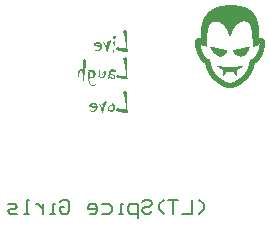
<source format=gbr>
G04*
G04 #@! TF.GenerationSoftware,Altium Limited,Altium Designer,25.1.2 (22)*
G04*
G04 Layer_Color=32896*
%FSLAX24Y24*%
%MOIN*%
G70*
G04*
G04 #@! TF.SameCoordinates,545F9C5F-1BCE-4890-BA7A-5F1D09497C19*
G04*
G04*
G04 #@! TF.FilePolarity,Positive*
G04*
G01*
G75*
%ADD10C,0.0079*%
G36*
X28844Y45284D02*
X28959D01*
Y45278D01*
X29019D01*
Y45273D01*
X29062D01*
Y45267D01*
X29123D01*
Y45262D01*
X29145D01*
Y45256D01*
X29166D01*
Y45251D01*
X29188D01*
Y45245D01*
X29210D01*
Y45240D01*
X29232D01*
Y45234D01*
X29248D01*
Y45229D01*
X29270D01*
Y45223D01*
X29287D01*
Y45218D01*
X29303D01*
Y45212D01*
X29320D01*
Y45207D01*
X29330D01*
Y45202D01*
X29341D01*
Y45196D01*
X29352D01*
Y45191D01*
X29363D01*
Y45185D01*
X29374D01*
Y45180D01*
X29391D01*
Y45174D01*
X29402D01*
Y45169D01*
X29407D01*
Y45163D01*
X29418D01*
Y45158D01*
X29429D01*
Y45152D01*
X29440D01*
Y45147D01*
X29445D01*
Y45141D01*
X29456D01*
Y45136D01*
X29462D01*
Y45130D01*
X29473D01*
Y45125D01*
X29478D01*
Y45120D01*
X29484D01*
Y45114D01*
X29489D01*
Y45109D01*
X29500D01*
Y45103D01*
X29505D01*
Y45098D01*
X29511D01*
Y45092D01*
X29516D01*
Y45087D01*
X29527D01*
Y45081D01*
X29533D01*
Y45076D01*
X29538D01*
Y45070D01*
X29544D01*
Y45065D01*
X29549D01*
Y45059D01*
X29555D01*
Y45054D01*
X29560D01*
Y45048D01*
X29566D01*
Y45043D01*
X29571D01*
Y45037D01*
X29577D01*
Y45027D01*
X29582D01*
Y45021D01*
X29588D01*
Y45016D01*
X29593D01*
Y45010D01*
X29598D01*
Y44999D01*
X29604D01*
Y44994D01*
X29609D01*
Y44988D01*
X29615D01*
Y44977D01*
X29620D01*
Y44966D01*
X29626D01*
Y44961D01*
X29631D01*
Y44955D01*
X29637D01*
Y44945D01*
X29642D01*
Y44939D01*
X29648D01*
Y44928D01*
X29653D01*
Y44917D01*
X29659D01*
Y44906D01*
X29664D01*
Y44895D01*
X29670D01*
Y44884D01*
X29675D01*
Y44873D01*
X29680D01*
Y44862D01*
X29686D01*
Y44852D01*
X29691D01*
Y44835D01*
X29697D01*
Y44824D01*
X29702D01*
Y44802D01*
X29708D01*
Y44786D01*
X29713D01*
Y44770D01*
X29719D01*
Y44753D01*
X29724D01*
Y44737D01*
X29730D01*
Y44715D01*
X29735D01*
Y44698D01*
X29741D01*
Y44671D01*
X29746D01*
Y44622D01*
X29752D01*
Y44589D01*
X29757D01*
Y44540D01*
X29762D01*
Y44491D01*
X29768D01*
Y44359D01*
X29773D01*
Y44343D01*
X29768D01*
Y44255D01*
X29762D01*
Y44223D01*
X29757D01*
Y44195D01*
X29768D01*
Y44201D01*
X29784D01*
Y44206D01*
X29861D01*
Y44201D01*
X29872D01*
Y44195D01*
X29883D01*
Y44190D01*
X29894D01*
Y44184D01*
X29905D01*
Y44179D01*
X29910D01*
Y44173D01*
X29916D01*
Y44163D01*
X29921D01*
Y44157D01*
X29927D01*
Y44152D01*
X29932D01*
Y44146D01*
X29938D01*
Y44141D01*
X29943D01*
Y44130D01*
X29948D01*
Y44119D01*
X29954D01*
Y44102D01*
X29959D01*
Y44070D01*
X29965D01*
Y43938D01*
X29959D01*
Y43884D01*
X29954D01*
Y43851D01*
X29948D01*
Y43829D01*
X29943D01*
Y43807D01*
X29938D01*
Y43785D01*
X29932D01*
Y43769D01*
X29927D01*
Y43752D01*
X29921D01*
Y43736D01*
X29916D01*
Y43709D01*
X29910D01*
Y43692D01*
X29905D01*
Y43681D01*
X29899D01*
Y43670D01*
X29894D01*
Y43659D01*
X29888D01*
Y43648D01*
X29883D01*
Y43637D01*
X29877D01*
Y43627D01*
X29872D01*
Y43610D01*
X29866D01*
Y43599D01*
X29861D01*
Y43588D01*
X29855D01*
Y43583D01*
X29850D01*
Y43572D01*
X29845D01*
Y43561D01*
X29839D01*
Y43555D01*
X29834D01*
Y43545D01*
X29828D01*
Y43534D01*
X29823D01*
Y43523D01*
X29817D01*
Y43517D01*
X29812D01*
Y43512D01*
X29806D01*
Y43501D01*
X29801D01*
Y43495D01*
X29795D01*
Y43484D01*
X29790D01*
Y43479D01*
X29784D01*
Y43468D01*
X29779D01*
Y43463D01*
X29773D01*
Y43457D01*
X29768D01*
Y43452D01*
X29762D01*
Y43446D01*
X29757D01*
Y43441D01*
X29752D01*
Y43430D01*
X29746D01*
Y43424D01*
X29741D01*
Y43419D01*
X29735D01*
Y43413D01*
X29730D01*
Y43408D01*
X29724D01*
Y43402D01*
X29719D01*
Y43397D01*
X29713D01*
Y43391D01*
X29708D01*
Y43386D01*
X29702D01*
Y43380D01*
X29691D01*
Y43375D01*
X29686D01*
Y43370D01*
X29675D01*
Y43364D01*
X29670D01*
Y43359D01*
X29664D01*
Y43353D01*
X29653D01*
Y43348D01*
X29648D01*
Y43342D01*
X29637D01*
Y43337D01*
X29626D01*
Y43320D01*
X29620D01*
Y43282D01*
X29615D01*
Y43255D01*
X29609D01*
Y43238D01*
X29604D01*
Y43216D01*
X29598D01*
Y43200D01*
X29593D01*
Y43189D01*
X29588D01*
Y43173D01*
X29582D01*
Y43162D01*
X29577D01*
Y43140D01*
X29571D01*
Y43123D01*
X29566D01*
Y43113D01*
X29560D01*
Y43102D01*
X29555D01*
Y43096D01*
X29549D01*
Y43085D01*
X29544D01*
Y43074D01*
X29538D01*
Y43063D01*
X29533D01*
Y43047D01*
X29527D01*
Y43036D01*
X29522D01*
Y43025D01*
X29516D01*
Y43020D01*
X29511D01*
Y43014D01*
X29505D01*
Y43003D01*
X29500D01*
Y42992D01*
X29495D01*
Y42987D01*
X29489D01*
Y42970D01*
X29484D01*
Y42965D01*
X29478D01*
Y42959D01*
X29473D01*
Y42948D01*
X29467D01*
Y42943D01*
X29462D01*
Y42937D01*
X29456D01*
Y42927D01*
X29451D01*
Y42921D01*
X29445D01*
Y42910D01*
X29440D01*
Y42905D01*
X29434D01*
Y42899D01*
X29429D01*
Y42894D01*
X29423D01*
Y42883D01*
X29418D01*
Y42877D01*
X29413D01*
Y42872D01*
X29407D01*
Y42866D01*
X29402D01*
Y42861D01*
X29396D01*
Y42850D01*
X29391D01*
Y42845D01*
X29385D01*
Y42839D01*
X29380D01*
Y42834D01*
X29374D01*
Y42828D01*
X29369D01*
Y42823D01*
X29363D01*
Y42817D01*
X29358D01*
Y42812D01*
X29352D01*
Y42806D01*
X29347D01*
Y42801D01*
X29341D01*
Y42795D01*
X29336D01*
Y42790D01*
X29330D01*
Y42784D01*
X29325D01*
Y42779D01*
X29320D01*
Y42773D01*
X29314D01*
Y42768D01*
X29309D01*
Y42762D01*
X29303D01*
Y42757D01*
X29298D01*
Y42752D01*
X29287D01*
Y42746D01*
X29281D01*
Y42741D01*
X29276D01*
Y42735D01*
X29270D01*
Y42730D01*
X29265D01*
Y42724D01*
X29259D01*
Y42719D01*
X29248D01*
Y42713D01*
X29243D01*
Y42708D01*
X29237D01*
Y42702D01*
X29232D01*
Y42697D01*
X29221D01*
Y42691D01*
X29216D01*
Y42686D01*
X29205D01*
Y42680D01*
X29199D01*
Y42675D01*
X29194D01*
Y42670D01*
X29183D01*
Y42664D01*
X29177D01*
Y42659D01*
X29166D01*
Y42653D01*
X29161D01*
Y42648D01*
X29150D01*
Y42642D01*
X29145D01*
Y42637D01*
X29134D01*
Y42631D01*
X29128D01*
Y42626D01*
X29117D01*
Y42620D01*
X29112D01*
Y42615D01*
X29095D01*
Y42609D01*
X29090D01*
Y42604D01*
X29079D01*
Y42598D01*
X29068D01*
Y42593D01*
X29057D01*
Y42587D01*
X29052D01*
Y42582D01*
X29041D01*
Y42577D01*
X29024D01*
Y42571D01*
X29008D01*
Y42566D01*
X28997D01*
Y42560D01*
X28986D01*
Y42555D01*
X28975D01*
Y42549D01*
X28959D01*
Y42544D01*
X28942D01*
Y42538D01*
X28926D01*
Y42533D01*
X28893D01*
Y42527D01*
X28871D01*
Y42522D01*
X28833D01*
Y42516D01*
X28767D01*
Y42522D01*
X28729D01*
Y42527D01*
X28707D01*
Y42533D01*
X28674D01*
Y42538D01*
X28658D01*
Y42544D01*
X28641D01*
Y42549D01*
X28625D01*
Y42555D01*
X28614D01*
Y42560D01*
X28603D01*
Y42566D01*
X28592D01*
Y42571D01*
X28576D01*
Y42577D01*
X28559D01*
Y42582D01*
X28548D01*
Y42587D01*
X28543D01*
Y42593D01*
X28532D01*
Y42598D01*
X28521D01*
Y42604D01*
X28510D01*
Y42609D01*
X28505D01*
Y42615D01*
X28488D01*
Y42620D01*
X28483D01*
Y42626D01*
X28472D01*
Y42631D01*
X28466D01*
Y42637D01*
X28455D01*
Y42642D01*
X28450D01*
Y42648D01*
X28439D01*
Y42653D01*
X28434D01*
Y42659D01*
X28423D01*
Y42664D01*
X28417D01*
Y42670D01*
X28406D01*
Y42675D01*
X28401D01*
Y42680D01*
X28395D01*
Y42686D01*
X28384D01*
Y42691D01*
X28379D01*
Y42697D01*
X28368D01*
Y42702D01*
X28363D01*
Y42708D01*
X28357D01*
Y42713D01*
X28352D01*
Y42719D01*
X28341D01*
Y42724D01*
X28335D01*
Y42730D01*
X28330D01*
Y42735D01*
X28324D01*
Y42741D01*
X28319D01*
Y42746D01*
X28313D01*
Y42752D01*
X28302D01*
Y42757D01*
X28297D01*
Y42762D01*
X28291D01*
Y42768D01*
X28286D01*
Y42773D01*
X28280D01*
Y42779D01*
X28275D01*
Y42784D01*
X28270D01*
Y42790D01*
X28264D01*
Y42795D01*
X28259D01*
Y42801D01*
X28253D01*
Y42806D01*
X28248D01*
Y42812D01*
X28242D01*
Y42817D01*
X28237D01*
Y42823D01*
X28231D01*
Y42828D01*
X28226D01*
Y42834D01*
X28220D01*
Y42839D01*
X28215D01*
Y42845D01*
X28209D01*
Y42850D01*
X28204D01*
Y42861D01*
X28198D01*
Y42866D01*
X28193D01*
Y42872D01*
X28187D01*
Y42877D01*
X28182D01*
Y42883D01*
X28177D01*
Y42894D01*
X28171D01*
Y42899D01*
X28166D01*
Y42905D01*
X28160D01*
Y42910D01*
X28155D01*
Y42921D01*
X28149D01*
Y42927D01*
X28144D01*
Y42937D01*
X28138D01*
Y42943D01*
X28133D01*
Y42948D01*
X28127D01*
Y42959D01*
X28122D01*
Y42965D01*
X28116D01*
Y42970D01*
X28111D01*
Y42987D01*
X28105D01*
Y42992D01*
X28100D01*
Y43003D01*
X28095D01*
Y43014D01*
X28089D01*
Y43020D01*
X28084D01*
Y43025D01*
X28078D01*
Y43036D01*
X28073D01*
Y43047D01*
X28067D01*
Y43063D01*
X28062D01*
Y43074D01*
X28056D01*
Y43085D01*
X28051D01*
Y43096D01*
X28045D01*
Y43102D01*
X28040D01*
Y43113D01*
X28034D01*
Y43123D01*
X28029D01*
Y43140D01*
X28023D01*
Y43162D01*
X28018D01*
Y43173D01*
X28012D01*
Y43189D01*
X28007D01*
Y43200D01*
X28002D01*
Y43216D01*
X27996D01*
Y43238D01*
X27991D01*
Y43255D01*
X27985D01*
Y43282D01*
X27980D01*
Y43320D01*
X27974D01*
Y43342D01*
X27952D01*
Y43348D01*
X27947D01*
Y43353D01*
X27941D01*
Y43359D01*
X27930D01*
Y43364D01*
X27925D01*
Y43370D01*
X27920D01*
Y43375D01*
X27909D01*
Y43380D01*
X27903D01*
Y43386D01*
X27898D01*
Y43391D01*
X27892D01*
Y43397D01*
X27887D01*
Y43402D01*
X27881D01*
Y43408D01*
X27876D01*
Y43413D01*
X27870D01*
Y43419D01*
X27865D01*
Y43424D01*
X27859D01*
Y43430D01*
X27854D01*
Y43435D01*
X27848D01*
Y43441D01*
X27843D01*
Y43452D01*
X27838D01*
Y43457D01*
X27832D01*
Y43463D01*
X27827D01*
Y43468D01*
X27821D01*
Y43473D01*
X27816D01*
Y43484D01*
X27810D01*
Y43490D01*
X27805D01*
Y43501D01*
X27799D01*
Y43506D01*
X27794D01*
Y43517D01*
X27788D01*
Y43523D01*
X27783D01*
Y43528D01*
X27777D01*
Y43539D01*
X27772D01*
Y43550D01*
X27766D01*
Y43561D01*
X27761D01*
Y43572D01*
X27755D01*
Y43583D01*
X27750D01*
Y43588D01*
X27745D01*
Y43599D01*
X27739D01*
Y43610D01*
X27734D01*
Y43616D01*
X27728D01*
Y43637D01*
X27723D01*
Y43648D01*
X27717D01*
Y43659D01*
X27712D01*
Y43670D01*
X27706D01*
Y43681D01*
X27701D01*
Y43692D01*
X27695D01*
Y43709D01*
X27690D01*
Y43720D01*
X27684D01*
Y43752D01*
X27679D01*
Y43769D01*
X27673D01*
Y43785D01*
X27668D01*
Y43807D01*
X27662D01*
Y43823D01*
X27657D01*
Y43845D01*
X27652D01*
Y43867D01*
X27646D01*
Y43905D01*
X27641D01*
Y43966D01*
X27635D01*
Y44064D01*
X27641D01*
Y44102D01*
X27646D01*
Y44119D01*
X27652D01*
Y44130D01*
X27657D01*
Y44141D01*
X27662D01*
Y44146D01*
X27668D01*
Y44152D01*
X27673D01*
Y44157D01*
X27679D01*
Y44163D01*
X27684D01*
Y44173D01*
X27690D01*
Y44179D01*
X27695D01*
Y44184D01*
X27706D01*
Y44190D01*
X27717D01*
Y44195D01*
X27728D01*
Y44201D01*
X27739D01*
Y44206D01*
X27816D01*
Y44201D01*
X27832D01*
Y44195D01*
X27843D01*
Y44217D01*
X27838D01*
Y44272D01*
X27832D01*
Y44436D01*
X27838D01*
Y44496D01*
X27843D01*
Y44545D01*
X27848D01*
Y44578D01*
X27854D01*
Y44627D01*
X27859D01*
Y44649D01*
X27865D01*
Y44671D01*
X27870D01*
Y44688D01*
X27876D01*
Y44704D01*
X27881D01*
Y44720D01*
X27887D01*
Y44737D01*
X27892D01*
Y44753D01*
X27898D01*
Y44775D01*
X27903D01*
Y44786D01*
X27909D01*
Y44802D01*
X27914D01*
Y44813D01*
X27920D01*
Y44824D01*
X27925D01*
Y44835D01*
X27930D01*
Y44846D01*
X27936D01*
Y44857D01*
X27941D01*
Y44873D01*
X27947D01*
Y44884D01*
X27952D01*
Y44890D01*
X27958D01*
Y44901D01*
X27963D01*
Y44906D01*
X27969D01*
Y44917D01*
X27974D01*
Y44923D01*
X27980D01*
Y44934D01*
X27985D01*
Y44945D01*
X27991D01*
Y44950D01*
X27996D01*
Y44961D01*
X28002D01*
Y44966D01*
X28007D01*
Y44972D01*
X28012D01*
Y44977D01*
X28018D01*
Y44988D01*
X28023D01*
Y44994D01*
X28029D01*
Y44999D01*
X28034D01*
Y45005D01*
X28040D01*
Y45010D01*
X28045D01*
Y45016D01*
X28051D01*
Y45021D01*
X28056D01*
Y45027D01*
X28062D01*
Y45037D01*
X28067D01*
Y45043D01*
X28073D01*
Y45048D01*
X28078D01*
Y45054D01*
X28089D01*
Y45059D01*
X28095D01*
Y45065D01*
X28100D01*
Y45070D01*
X28105D01*
Y45076D01*
X28111D01*
Y45081D01*
X28116D01*
Y45087D01*
X28122D01*
Y45092D01*
X28133D01*
Y45098D01*
X28138D01*
Y45103D01*
X28144D01*
Y45109D01*
X28155D01*
Y45114D01*
X28160D01*
Y45120D01*
X28166D01*
Y45125D01*
X28171D01*
Y45130D01*
X28182D01*
Y45136D01*
X28187D01*
Y45141D01*
X28198D01*
Y45147D01*
X28209D01*
Y45152D01*
X28220D01*
Y45158D01*
X28231D01*
Y45163D01*
X28237D01*
Y45169D01*
X28248D01*
Y45174D01*
X28253D01*
Y45180D01*
X28270D01*
Y45185D01*
X28280D01*
Y45191D01*
X28297D01*
Y45196D01*
X28308D01*
Y45202D01*
X28324D01*
Y45207D01*
X28335D01*
Y45212D01*
X28346D01*
Y45218D01*
X28357D01*
Y45223D01*
X28373D01*
Y45229D01*
X28401D01*
Y45234D01*
X28417D01*
Y45240D01*
X28439D01*
Y45245D01*
X28455D01*
Y45251D01*
X28472D01*
Y45256D01*
X28499D01*
Y45262D01*
X28527D01*
Y45267D01*
X28570D01*
Y45273D01*
X28620D01*
Y45278D01*
X28669D01*
Y45284D01*
X28773D01*
Y45289D01*
X28844D01*
Y45284D01*
D02*
G37*
G36*
X25400Y42100D02*
X25395Y42093D01*
X25387Y42098D01*
X25386Y42103D01*
X25393Y42109D01*
X25400Y42100D01*
D02*
G37*
G36*
X24836Y41968D02*
X24831Y41962D01*
X24824Y41963D01*
X24826Y41971D01*
X24833Y41972D01*
X24836Y41968D01*
D02*
G37*
G36*
X25101Y41963D02*
X25096Y41954D01*
X25090Y41952D01*
X25086Y41958D01*
Y41967D01*
X25094Y41972D01*
X25101Y41963D01*
D02*
G37*
G36*
X24680Y42075D02*
X24690Y42063D01*
Y42049D01*
Y42040D01*
X24682Y42029D01*
X24672Y42017D01*
X24668Y42002D01*
X24661Y41990D01*
X24652Y41978D01*
X24646Y41967D01*
X24643Y41934D01*
X24634Y41912D01*
X24613Y41849D01*
X24608Y41831D01*
X24600Y41816D01*
X24594Y41799D01*
X24588Y41783D01*
X24582Y41770D01*
X24576Y41755D01*
Y41740D01*
X24572Y41724D01*
X24566Y41713D01*
X24561Y41707D01*
X24549Y41703D01*
X24539Y41704D01*
X24530Y41712D01*
X24523Y41721D01*
X24522Y41731D01*
Y41742D01*
X24526Y41749D01*
X24522Y41761D01*
X24521Y41775D01*
X24516Y41794D01*
X24514Y41814D01*
X24506Y41832D01*
X24500Y41851D01*
X24495Y41865D01*
X24491Y41878D01*
X24483Y41896D01*
X24476Y41912D01*
X24472Y41927D01*
X24467Y41936D01*
Y41943D01*
X24458Y41955D01*
X24450Y41968D01*
X24444Y41979D01*
X24435Y41991D01*
X24427Y41997D01*
X24421Y42010D01*
Y42017D01*
X24428Y42025D01*
X24435D01*
X24438Y42019D01*
X24445Y42010D01*
X24455Y41997D01*
X24462Y41989D01*
X24473Y41979D01*
X24478Y41967D01*
X24486Y41956D01*
X24492Y41943D01*
X24500Y41930D01*
Y41918D01*
X24509Y41903D01*
X24519Y41879D01*
X24522Y41874D01*
X24533Y41848D01*
X24539Y41834D01*
X24544Y41830D01*
X24547Y41837D01*
Y41845D01*
X24542Y41856D01*
X24543Y41871D01*
X24545Y41887D01*
X24547Y41901D01*
X24550Y41918D01*
X24554Y41932D01*
Y41945D01*
X24556Y41960D01*
X24554Y41972D01*
X24547Y41980D01*
X24545Y41990D01*
X24550Y42002D01*
X24552Y42017D01*
X24557Y42027D01*
X24577Y42037D01*
X24589Y42049D01*
X24600Y42062D01*
X24614Y42071D01*
X24629Y42077D01*
X24647Y42080D01*
X24667Y42081D01*
X24680Y42075D01*
D02*
G37*
G36*
X25311Y42436D02*
X25325Y42433D01*
X25334Y42430D01*
X25344Y42421D01*
X25353Y42409D01*
Y42401D01*
Y42386D01*
Y42372D01*
X25357Y42359D01*
Y42348D01*
X25364Y42338D01*
X25362Y42328D01*
X25354Y42321D01*
X25360Y42311D01*
Y42298D01*
X25357Y42283D01*
X25356Y42267D01*
Y42251D01*
X25354Y42237D01*
X25350Y42226D01*
X25353Y42213D01*
Y42203D01*
X25354Y42190D01*
X25356Y42180D01*
X25354Y42170D01*
X25356Y42155D01*
X25357Y42138D01*
Y42121D01*
X25360Y42108D01*
X25357Y42092D01*
X25356Y42079D01*
X25357Y42065D01*
X25360Y42044D01*
X25362Y42028D01*
Y42005D01*
X25363Y41987D01*
Y41949D01*
X25362Y41938D01*
X25363Y41920D01*
X25367Y41905D01*
X25368Y41887D01*
X25372Y41872D01*
X25370Y41855D01*
X25372Y41836D01*
X25376Y41817D01*
Y41802D01*
X25379Y41789D01*
X25383Y41779D01*
X25379Y41768D01*
X25385Y41757D01*
X25386Y41745D01*
Y41732D01*
X25387Y41721D01*
X25383Y41712D01*
X25370Y41709D01*
X25353Y41712D01*
X25338Y41707D01*
X25323Y41703D01*
X25307Y41702D01*
X25286D01*
X25269Y41700D01*
X25240D01*
X25225Y41710D01*
X25207Y41721D01*
X25187Y41727D01*
X25173Y41736D01*
X25155Y41740D01*
X25140D01*
X25116Y41745D01*
X25096Y41743D01*
X25079D01*
X25063Y41748D01*
X25050Y41752D01*
X25034D01*
X25025Y41759D01*
X25021Y41769D01*
X25014Y41780D01*
X25013Y41794D01*
Y41807D01*
X25015Y41821D01*
X25017Y41832D01*
X25028Y41843D01*
X25034Y41854D01*
X25045Y41862D01*
X25059Y41864D01*
X25070Y41858D01*
X25085Y41851D01*
X25087Y41841D01*
X25101Y41834D01*
X25117Y41827D01*
X25139Y41821D01*
X25157Y41818D01*
X25177Y41821D01*
X25192Y41822D01*
X25202Y41818D01*
X25221Y41811D01*
X25235Y41810D01*
X25246Y41807D01*
X25262D01*
X25276Y41813D01*
X25287D01*
X25307Y41810D01*
X25325Y41808D01*
X25336Y41804D01*
X25345Y41806D01*
X25348Y41811D01*
Y41825D01*
X25345Y41836D01*
Y41843D01*
X25342Y41854D01*
X25339Y41871D01*
X25338Y41890D01*
X25339Y41903D01*
X25333Y41920D01*
X25331Y41935D01*
X25330Y41949D01*
X25326Y41962D01*
Y41978D01*
X25323Y41987D01*
X25321Y41999D01*
Y42017D01*
X25316Y42034D01*
X25315Y42052D01*
X25309Y42066D01*
Y42083D01*
X25305Y42116D01*
X25303Y42133D01*
X25302Y42146D01*
X25296Y42156D01*
X25293Y42166D01*
X25289Y42180D01*
Y42194D01*
X25284Y42224D01*
X25279Y42240D01*
Y42256D01*
X25274Y42271D01*
X25272Y42285D01*
X25269Y42298D01*
X25263Y42311D01*
X25261Y42331D01*
X25254Y42343D01*
X25242Y42354D01*
X25239Y42363D01*
X25235Y42377D01*
X25237Y42387D01*
X25242Y42403D01*
X25250Y42416D01*
X25263Y42425D01*
X25274Y42431D01*
X25286Y42439D01*
X25298D01*
X25311Y42436D01*
D02*
G37*
G36*
X24909Y42014D02*
X24921Y42006D01*
X24934Y41997D01*
X24945Y41989D01*
X24948Y41978D01*
X24958Y41968D01*
X24968Y41937D01*
X24975Y41918D01*
Y41898D01*
X24979Y41878D01*
X24981Y41864D01*
X24980Y41845D01*
X24979Y41829D01*
X24973Y41816D01*
X24966Y41802D01*
X24958Y41789D01*
X24946Y41782D01*
X24934Y41768D01*
X24921Y41756D01*
X24909Y41750D01*
X24894Y41745D01*
X24878Y41742D01*
X24858Y41738D01*
X24839Y41739D01*
X24820Y41743D01*
X24801Y41745D01*
X24785Y41750D01*
X24768Y41759D01*
X24760Y41771D01*
X24747Y41780D01*
X24739Y41794D01*
X24734Y41807D01*
X24728Y41819D01*
X24723Y41836D01*
X24721Y41853D01*
X24725Y41872D01*
X24729Y41883D01*
X24738Y41895D01*
X24746Y41909D01*
X24754Y41920D01*
X24765Y41927D01*
X24781Y41939D01*
X24789Y41945D01*
X24802Y41950D01*
X24811Y41957D01*
X24821D01*
X24824Y41949D01*
X24823Y41939D01*
X24815Y41933D01*
X24806Y41926D01*
X24794Y41916D01*
X24784Y41905D01*
X24775Y41893D01*
X24766Y41877D01*
X24761Y41865D01*
Y41845D01*
X24764Y41830D01*
X24773Y41814D01*
X24784Y41803D01*
X24801Y41790D01*
X24817Y41786D01*
X24836D01*
X24838Y41789D01*
X24855Y41790D01*
X24867Y41794D01*
X24878Y41804D01*
X24888Y41813D01*
X24896Y41822D01*
X24904Y41836D01*
X24906Y41852D01*
Y41867D01*
Y41886D01*
X24901Y41898D01*
X24895Y41916D01*
X24885Y41926D01*
X24884Y41938D01*
X24879Y41952D01*
X24870Y41965D01*
X24861Y41974D01*
X24860Y41989D01*
X24862Y41998D01*
X24869Y42009D01*
X24879Y42016D01*
X24891Y42018D01*
X24909Y42014D01*
D02*
G37*
G36*
X24159Y41773D02*
X24154Y41769D01*
X24147Y41773D01*
X24149Y41781D01*
X24157D01*
X24159Y41773D01*
D02*
G37*
G36*
X24308Y42025D02*
X24323Y42016D01*
X24338Y42004D01*
X24351Y41986D01*
X24357Y41985D01*
X24367Y41978D01*
X24371Y41971D01*
X24376Y41959D01*
X24381Y41948D01*
X24385Y41932D01*
X24389Y41912D01*
X24390Y41893D01*
X24388Y41877D01*
X24381Y41855D01*
X24370Y41829D01*
X24357Y41798D01*
X24352Y41794D01*
X24343Y41782D01*
X24333Y41773D01*
X24319Y41764D01*
X24300Y41747D01*
X24279Y41734D01*
X24260Y41724D01*
X24237Y41719D01*
X24215D01*
X24200Y41722D01*
X24185Y41728D01*
X24168Y41736D01*
X24152Y41744D01*
X24143Y41750D01*
X24139Y41756D01*
Y41760D01*
X24149D01*
X24163Y41757D01*
X24177Y41751D01*
X24190Y41749D01*
X24206Y41746D01*
X24223D01*
X24236Y41751D01*
X24248Y41757D01*
X24270Y41768D01*
X24281Y41779D01*
X24303Y41802D01*
X24314Y41816D01*
X24320Y41828D01*
X24321Y41849D01*
X24317Y41861D01*
X24306Y41865D01*
X24293Y41866D01*
X24274Y41864D01*
X24251Y41865D01*
X24237Y41868D01*
X24220Y41875D01*
X24204Y41883D01*
X24182Y41887D01*
X24159Y41889D01*
X24138Y41896D01*
X24120Y41903D01*
X24106Y41911D01*
X24096Y41925D01*
Y41939D01*
X24102Y41957D01*
X24109Y41968D01*
X24124Y41981D01*
X24140Y41990D01*
X24199Y42019D01*
X24221Y42026D01*
X24247Y42028D01*
X24291D01*
X24308Y42025D01*
D02*
G37*
G36*
X25400Y43212D02*
X25395Y43206D01*
X25387Y43210D01*
X25386Y43215D01*
X25393Y43221D01*
X25400Y43212D01*
D02*
G37*
G36*
X24245Y43140D02*
X24250Y43130D01*
X24259Y43124D01*
X24274Y43114D01*
X24276Y43095D01*
X24288Y43080D01*
X24306Y43066D01*
X24311Y43048D01*
X24319Y43022D01*
Y42991D01*
Y42985D01*
X24311Y42963D01*
X24307Y42952D01*
X24309Y42933D01*
X24300Y42918D01*
X24291Y42902D01*
X24274Y42892D01*
X24259Y42882D01*
X24235Y42868D01*
X24212Y42861D01*
X24189Y42858D01*
X24161Y42861D01*
X24136Y42869D01*
X24116Y42882D01*
X24117Y42854D01*
X24116Y42842D01*
X24115Y42824D01*
Y42807D01*
X24116Y42778D01*
X24119Y42750D01*
X24122Y42727D01*
X24132Y42704D01*
X24140Y42685D01*
X24152Y42666D01*
X24163Y42649D01*
X24180Y42636D01*
X24197Y42627D01*
X24217Y42622D01*
X24244Y42619D01*
X24268Y42626D01*
X24285Y42628D01*
X24299Y42638D01*
X24311Y42647D01*
X24321Y42659D01*
X24328Y42667D01*
X24335Y42671D01*
X24342Y42670D01*
Y42658D01*
X24338Y42643D01*
X24329Y42632D01*
X24315Y42620D01*
X24299Y42613D01*
X24280Y42604D01*
X24259Y42602D01*
X24233Y42600D01*
X24204Y42602D01*
X24183Y42610D01*
X24162Y42617D01*
X24149Y42628D01*
X24126Y42650D01*
X24115Y42670D01*
X24104Y42697D01*
X24094Y42720D01*
X24088Y42738D01*
X24084Y42756D01*
X24082Y42784D01*
X24079Y42807D01*
X24076Y42831D01*
X24079Y42849D01*
X24075Y42863D01*
X24076Y42886D01*
X24075Y42909D01*
X24076Y42939D01*
X24075Y42964D01*
X24079Y42993D01*
Y43024D01*
X24082Y43047D01*
Y43070D01*
X24083Y43091D01*
X24079Y43105D01*
X24073Y43113D01*
X24067Y43122D01*
X24070Y43131D01*
X24077Y43139D01*
X24089Y43143D01*
X24104Y43140D01*
X24107Y43131D01*
X24117Y43124D01*
X24128D01*
X24136Y43129D01*
X24146Y43136D01*
X24161Y43141D01*
X24177Y43143D01*
X24204Y43148D01*
X24245Y43140D01*
D02*
G37*
G36*
X23976Y43485D02*
X23983Y43471D01*
X23988Y43462D01*
X23995Y43466D01*
X24000Y43454D01*
X24011Y43437D01*
Y43423D01*
X24006Y43402D01*
X24002Y43383D01*
X24003Y43373D01*
X24000Y43364D01*
X23997Y43344D01*
X23988Y43327D01*
X23987Y43309D01*
X23991Y43301D01*
X23987Y43290D01*
X23988Y43263D01*
Y43244D01*
X23983Y43224D01*
X23981Y43200D01*
X23974Y43186D01*
X23977Y43155D01*
X23971Y43118D01*
X23968Y43108D01*
X23970Y43086D01*
X23968Y43068D01*
X23964Y43048D01*
X23961Y43032D01*
Y43011D01*
X23957Y43000D01*
X23947Y42956D01*
X23945Y42948D01*
Y42926D01*
X23941Y42903D01*
X23940Y42882D01*
X23933Y42865D01*
X23938Y42851D01*
X23932Y42834D01*
X23930Y42800D01*
X23927Y42786D01*
X23931Y42771D01*
X23923Y42762D01*
X23916Y42756D01*
X23905Y42757D01*
X23898Y42769D01*
X23894Y42778D01*
X23893Y42795D01*
Y42808D01*
X23895Y42824D01*
X23896Y42840D01*
X23902Y42880D01*
Y42937D01*
X23900Y42954D01*
Y42968D01*
X23899Y42987D01*
X23896Y43004D01*
X23892Y43014D01*
X23888Y43032D01*
X23879Y43059D01*
X23865Y43079D01*
X23856Y43085D01*
X23830Y43091D01*
X23816D01*
X23810Y43083D01*
X23797Y43072D01*
X23793Y43057D01*
X23782Y43039D01*
X23776Y43030D01*
X23767Y43020D01*
X23763Y43008D01*
Y42991D01*
X23758Y42979D01*
X23762Y42969D01*
X23759Y42955D01*
X23746Y42940D01*
X23751Y42924D01*
X23745Y42884D01*
X23743Y42861D01*
X23739Y42836D01*
X23741Y42828D01*
Y42818D01*
X23754Y42809D01*
X23745Y42800D01*
X23736D01*
X23732Y42804D01*
X23723Y42814D01*
X23721Y42830D01*
X23723Y42845D01*
X23724Y42863D01*
X23728Y42886D01*
X23724Y42916D01*
Y42937D01*
X23727Y42956D01*
Y42977D01*
X23728Y43001D01*
X23731Y43028D01*
Y43048D01*
X23735Y43069D01*
X23741Y43097D01*
X23747Y43110D01*
X23763Y43131D01*
X23786Y43145D01*
X23804Y43152D01*
X23825Y43155D01*
X23856Y43159D01*
X23884Y43148D01*
X23898Y43129D01*
X23909Y43117D01*
Y43171D01*
Y43195D01*
Y43218D01*
Y43243D01*
X23910Y43267D01*
X23916Y43285D01*
X23911Y43309D01*
Y43337D01*
X23909Y43356D01*
X23907Y43379D01*
X23902Y43399D01*
X23895Y43412D01*
X23891Y43425D01*
X23893Y43446D01*
X23899Y43459D01*
X23911Y43475D01*
X23926Y43486D01*
X23942Y43488D01*
X23961Y43491D01*
X23976Y43485D01*
D02*
G37*
G36*
X25101Y43075D02*
X25096Y43066D01*
X25090Y43065D01*
X25086Y43070D01*
Y43079D01*
X25094Y43084D01*
X25101Y43075D01*
D02*
G37*
G36*
X24901Y43167D02*
X24929Y43162D01*
X24944Y43154D01*
X24961Y43141D01*
X24976Y43133D01*
X24989Y43122D01*
X25000Y43107D01*
X25011Y43095D01*
X25013Y43084D01*
Y43072D01*
X25003Y43062D01*
X24991Y43057D01*
X24976D01*
X24958Y43060D01*
X24943D01*
X24929Y43062D01*
X24918Y43069D01*
X24906Y43075D01*
X24895D01*
X24890Y43077D01*
X24873Y43075D01*
X24852Y43069D01*
X24833Y43050D01*
X24823Y43037D01*
X24814Y43023D01*
X24819Y43013D01*
X24828Y43010D01*
X24838Y43005D01*
X24858Y42996D01*
X24873Y42986D01*
X24891Y42983D01*
X24906Y42980D01*
X24923Y42977D01*
X24937Y42967D01*
X24950Y42956D01*
X24958Y42941D01*
X24968Y42925D01*
X24970Y42909D01*
Y42894D01*
Y42873D01*
X24963Y42859D01*
X24953Y42847D01*
X24938Y42838D01*
X24920Y42831D01*
X24906Y42830D01*
X24895Y42826D01*
X24885Y42830D01*
X24872Y42834D01*
X24857Y42839D01*
X24839Y42846D01*
X24824Y42854D01*
X24814Y42862D01*
X24800Y42871D01*
X24791Y42882D01*
X24782Y42887D01*
X24776Y42891D01*
X24773Y42886D01*
X24768Y42872D01*
X24762Y42861D01*
X24758Y42848D01*
X24751Y42840D01*
X24743D01*
X24735Y42847D01*
X24734Y42855D01*
X24735Y42869D01*
X24740Y42886D01*
X24745Y42901D01*
X24751Y42916D01*
X24760Y42957D01*
X24763Y42980D01*
X24767Y43003D01*
Y43022D01*
Y43038D01*
X24774Y43056D01*
X24781Y43080D01*
X24786Y43098D01*
X24792Y43116D01*
X24802Y43131D01*
X24811Y43140D01*
X24828Y43151D01*
X24844Y43156D01*
X24858Y43164D01*
X24875Y43169D01*
X24901Y43167D01*
D02*
G37*
G36*
X24576Y43018D02*
X24570Y43007D01*
X24572Y42988D01*
X24564Y42972D01*
X24552Y42961D01*
X24537Y42975D01*
X24534Y42998D01*
X24550Y43016D01*
X24559Y43023D01*
X24570D01*
X24576Y43018D01*
D02*
G37*
G36*
X24750Y42948D02*
Y42941D01*
X24744Y42940D01*
X24739Y42943D01*
X24740Y42952D01*
X24750Y42948D01*
D02*
G37*
G36*
X25311Y43548D02*
X25325Y43545D01*
X25334Y43542D01*
X25344Y43533D01*
X25353Y43521D01*
Y43513D01*
Y43498D01*
Y43484D01*
X25357Y43471D01*
Y43460D01*
X25364Y43450D01*
X25362Y43441D01*
X25354Y43433D01*
X25360Y43423D01*
Y43410D01*
X25357Y43395D01*
X25356Y43379D01*
Y43363D01*
X25354Y43349D01*
X25350Y43338D01*
X25353Y43325D01*
Y43315D01*
X25354Y43302D01*
X25356Y43292D01*
X25354Y43282D01*
X25356Y43267D01*
X25357Y43250D01*
Y43233D01*
X25360Y43220D01*
X25357Y43204D01*
X25356Y43191D01*
X25357Y43177D01*
X25360Y43156D01*
X25362Y43140D01*
Y43117D01*
X25363Y43099D01*
Y43061D01*
X25362Y43050D01*
X25363Y43032D01*
X25367Y43018D01*
X25368Y42999D01*
X25372Y42984D01*
X25370Y42967D01*
X25372Y42948D01*
X25376Y42929D01*
Y42914D01*
X25379Y42901D01*
X25383Y42891D01*
X25379Y42880D01*
X25385Y42869D01*
X25386Y42857D01*
Y42844D01*
X25387Y42833D01*
X25383Y42824D01*
X25370Y42821D01*
X25353Y42824D01*
X25338Y42819D01*
X25323Y42815D01*
X25307Y42814D01*
X25286D01*
X25269Y42812D01*
X25240D01*
X25225Y42822D01*
X25207Y42833D01*
X25187Y42839D01*
X25173Y42848D01*
X25155Y42852D01*
X25140D01*
X25116Y42857D01*
X25096Y42855D01*
X25079D01*
X25063Y42860D01*
X25050Y42865D01*
X25034D01*
X25025Y42871D01*
X25021Y42881D01*
X25014Y42892D01*
X25013Y42906D01*
Y42919D01*
X25015Y42933D01*
X25017Y42944D01*
X25028Y42955D01*
X25034Y42966D01*
X25045Y42974D01*
X25059Y42976D01*
X25070Y42971D01*
X25085Y42963D01*
X25087Y42953D01*
X25101Y42946D01*
X25117Y42939D01*
X25139Y42933D01*
X25157Y42930D01*
X25177Y42933D01*
X25192Y42934D01*
X25202Y42930D01*
X25221Y42924D01*
X25235Y42922D01*
X25246Y42919D01*
X25262D01*
X25276Y42925D01*
X25287D01*
X25307Y42922D01*
X25325Y42920D01*
X25336Y42916D01*
X25345Y42918D01*
X25348Y42924D01*
Y42937D01*
X25345Y42948D01*
Y42955D01*
X25342Y42966D01*
X25339Y42983D01*
X25338Y43002D01*
X25339Y43015D01*
X25333Y43032D01*
X25331Y43047D01*
X25330Y43061D01*
X25326Y43074D01*
Y43090D01*
X25323Y43099D01*
X25321Y43112D01*
Y43129D01*
X25316Y43147D01*
X25315Y43164D01*
X25309Y43178D01*
Y43195D01*
X25305Y43228D01*
X25303Y43245D01*
X25302Y43258D01*
X25296Y43268D01*
X25293Y43278D01*
X25289Y43292D01*
Y43306D01*
X25284Y43336D01*
X25279Y43352D01*
Y43368D01*
X25274Y43383D01*
X25272Y43397D01*
X25269Y43410D01*
X25263Y43423D01*
X25261Y43443D01*
X25254Y43455D01*
X25242Y43466D01*
X25239Y43475D01*
X25235Y43489D01*
X25237Y43500D01*
X25242Y43515D01*
X25250Y43528D01*
X25263Y43537D01*
X25274Y43543D01*
X25286Y43551D01*
X25298D01*
X25311Y43548D01*
D02*
G37*
G36*
X24788Y42863D02*
X24790Y42858D01*
X24782Y42855D01*
X24778Y42858D01*
X24782Y42867D01*
X24788Y42863D01*
D02*
G37*
G36*
X24453Y43116D02*
X24458Y43108D01*
X24460Y43094D01*
X24463Y43085D01*
X24465Y43074D01*
X24464Y43061D01*
X24467Y43048D01*
X24463Y43042D01*
X24460Y43025D01*
X24456Y43007D01*
X24459Y42985D01*
X24462Y42966D01*
X24468Y42952D01*
X24473Y42939D01*
X24481Y42926D01*
X24491Y42909D01*
X24502Y42898D01*
X24515Y42892D01*
X24528Y42887D01*
X24545Y42892D01*
X24559Y42899D01*
X24574Y42909D01*
X24581Y42922D01*
X24589Y42932D01*
X24594Y42953D01*
Y42972D01*
Y42986D01*
X24590Y43002D01*
X24589Y43018D01*
X24582Y43028D01*
X24576Y43037D01*
X24574Y43048D01*
X24578Y43065D01*
X24584Y43075D01*
X24591Y43087D01*
X24601Y43095D01*
X24613Y43102D01*
X24626Y43103D01*
X24636D01*
X24650Y43096D01*
X24660Y43085D01*
X24663Y43075D01*
Y43062D01*
X24662Y43053D01*
X24660Y43039D01*
X24659Y43024D01*
X24658Y43014D01*
X24652Y42996D01*
X24656Y42980D01*
X24652Y42968D01*
X24647Y42949D01*
X24644Y42933D01*
X24637Y42917D01*
X24634Y42901D01*
X24622Y42891D01*
X24614Y42883D01*
X24601Y42875D01*
X24589Y42867D01*
X24573Y42862D01*
X24559Y42855D01*
X24547Y42854D01*
X24532D01*
X24512Y42859D01*
X24503Y42865D01*
X24490Y42871D01*
X24481Y42882D01*
X24474Y42891D01*
X24468Y42899D01*
X24462Y42910D01*
X24460Y42920D01*
X24457Y42930D01*
X24450Y42940D01*
X24446Y42946D01*
X24441D01*
X24438Y42938D01*
X24435Y42928D01*
X24433Y42916D01*
X24420Y42887D01*
X24412Y42880D01*
X24402Y42872D01*
X24394Y42862D01*
X24390Y42857D01*
X24382Y42856D01*
X24375D01*
X24368Y42860D01*
X24363Y42869D01*
X24366Y42877D01*
X24389Y42886D01*
X24398Y42895D01*
X24405Y42905D01*
X24411Y42917D01*
X24416Y42932D01*
X24418Y42946D01*
X24423Y42964D01*
X24428Y42977D01*
Y42998D01*
X24434Y43011D01*
X24436Y43025D01*
X24438Y43037D01*
X24434Y43044D01*
Y43050D01*
X24429Y43066D01*
Y43081D01*
X24428Y43092D01*
X24433Y43102D01*
X24434Y43108D01*
X24438Y43117D01*
X24447Y43120D01*
X24453Y43116D01*
D02*
G37*
G36*
X24281Y42832D02*
X24295Y42826D01*
X24288Y42816D01*
X24273D01*
X24264Y42822D01*
Y42832D01*
X24273Y42839D01*
X24281Y42832D01*
D02*
G37*
G36*
X24958Y44290D02*
X24961Y44280D01*
X24953Y44279D01*
X24944Y44284D01*
X24952Y44293D01*
X24958Y44290D01*
D02*
G37*
G36*
X24920Y44274D02*
X24939Y44269D01*
X24957Y44267D01*
X24969Y44265D01*
X24985Y44257D01*
X24991Y44249D01*
X24997Y44238D01*
X24998Y44228D01*
X24997Y44218D01*
X24991Y44204D01*
X24980Y44191D01*
X24970Y44180D01*
X24961Y44172D01*
X24952Y44167D01*
X24925D01*
X24914Y44175D01*
X24906Y44185D01*
X24901Y44198D01*
Y44213D01*
X24906Y44220D01*
X24910Y44229D01*
Y44239D01*
X24904Y44249D01*
X24895Y44257D01*
X24893Y44266D01*
X24899Y44274D01*
X24908Y44275D01*
X24920Y44274D01*
D02*
G37*
G36*
X25400Y44133D02*
X25395Y44126D01*
X25387Y44131D01*
X25386Y44136D01*
X25393Y44142D01*
X25400Y44133D01*
D02*
G37*
G36*
X25101Y43996D02*
X25096Y43986D01*
X25090Y43985D01*
X25086Y43991D01*
Y43999D01*
X25094Y44005D01*
X25101Y43996D01*
D02*
G37*
G36*
X24834Y44108D02*
X24844Y44096D01*
Y44081D01*
Y44073D01*
X24836Y44062D01*
X24826Y44050D01*
X24822Y44034D01*
X24815Y44022D01*
X24806Y44010D01*
X24800Y43999D01*
X24797Y43967D01*
X24788Y43945D01*
X24767Y43881D01*
X24762Y43864D01*
X24754Y43849D01*
X24749Y43832D01*
X24742Y43816D01*
X24737Y43803D01*
X24730Y43787D01*
Y43773D01*
X24726Y43757D01*
X24720Y43746D01*
X24715Y43739D01*
X24703Y43736D01*
X24693Y43737D01*
X24684Y43745D01*
X24678Y43754D01*
X24676Y43763D01*
Y43774D01*
X24680Y43782D01*
X24676Y43794D01*
X24675Y43808D01*
X24670Y43827D01*
X24668Y43846D01*
X24660Y43865D01*
X24655Y43884D01*
X24649Y43898D01*
X24645Y43911D01*
X24637Y43928D01*
X24631Y43945D01*
X24626Y43960D01*
X24621Y43969D01*
Y43975D01*
X24612Y43987D01*
X24604Y44001D01*
X24598Y44012D01*
X24589Y44024D01*
X24581Y44030D01*
X24575Y44043D01*
Y44050D01*
X24582Y44057D01*
X24589D01*
X24592Y44052D01*
X24599Y44043D01*
X24609Y44030D01*
X24616Y44021D01*
X24627Y44012D01*
X24632Y43999D01*
X24640Y43989D01*
X24646Y43975D01*
X24655Y43962D01*
Y43950D01*
X24663Y43936D01*
X24673Y43912D01*
X24676Y43907D01*
X24687Y43880D01*
X24693Y43867D01*
X24698Y43863D01*
X24702Y43869D01*
Y43878D01*
X24696Y43889D01*
X24697Y43903D01*
X24699Y43920D01*
X24702Y43934D01*
X24704Y43950D01*
X24708Y43965D01*
Y43978D01*
X24710Y43993D01*
X24708Y44005D01*
X24702Y44013D01*
X24699Y44022D01*
X24704Y44034D01*
X24706Y44050D01*
X24711Y44060D01*
X24731Y44069D01*
X24743Y44081D01*
X24754Y44095D01*
X24768Y44103D01*
X24784Y44110D01*
X24801Y44113D01*
X24821Y44114D01*
X24834Y44108D01*
D02*
G37*
G36*
X25311Y44468D02*
X25325Y44466D01*
X25334Y44463D01*
X25344Y44454D01*
X25353Y44442D01*
Y44433D01*
Y44419D01*
Y44405D01*
X25357Y44392D01*
Y44381D01*
X25364Y44371D01*
X25362Y44361D01*
X25354Y44354D01*
X25360Y44344D01*
Y44331D01*
X25357Y44315D01*
X25356Y44300D01*
Y44284D01*
X25354Y44269D01*
X25350Y44259D01*
X25353Y44245D01*
Y44236D01*
X25354Y44222D01*
X25356Y44213D01*
X25354Y44203D01*
X25356Y44187D01*
X25357Y44171D01*
Y44154D01*
X25360Y44140D01*
X25357Y44125D01*
X25356Y44112D01*
X25357Y44098D01*
X25360Y44077D01*
X25362Y44061D01*
Y44038D01*
X25363Y44020D01*
Y43982D01*
X25362Y43971D01*
X25363Y43952D01*
X25367Y43938D01*
X25368Y43920D01*
X25372Y43904D01*
X25370Y43888D01*
X25372Y43868D01*
X25376Y43850D01*
Y43834D01*
X25379Y43821D01*
X25383Y43811D01*
X25379Y43801D01*
X25385Y43790D01*
X25386Y43778D01*
Y43764D01*
X25387Y43754D01*
X25383Y43745D01*
X25370Y43742D01*
X25353Y43745D01*
X25338Y43739D01*
X25323Y43736D01*
X25307Y43735D01*
X25286D01*
X25269Y43733D01*
X25240D01*
X25225Y43743D01*
X25207Y43754D01*
X25187Y43760D01*
X25173Y43769D01*
X25155Y43773D01*
X25140D01*
X25116Y43778D01*
X25096Y43775D01*
X25079D01*
X25063Y43781D01*
X25050Y43785D01*
X25034D01*
X25025Y43792D01*
X25021Y43802D01*
X25014Y43813D01*
X25013Y43827D01*
Y43840D01*
X25015Y43854D01*
X25017Y43865D01*
X25028Y43876D01*
X25034Y43887D01*
X25045Y43895D01*
X25059Y43897D01*
X25070Y43891D01*
X25085Y43884D01*
X25087Y43874D01*
X25101Y43867D01*
X25117Y43860D01*
X25139Y43854D01*
X25157Y43851D01*
X25177Y43854D01*
X25192Y43855D01*
X25202Y43851D01*
X25221Y43844D01*
X25235Y43843D01*
X25246Y43840D01*
X25262D01*
X25276Y43845D01*
X25287D01*
X25307Y43843D01*
X25325Y43841D01*
X25336Y43837D01*
X25345Y43839D01*
X25348Y43844D01*
Y43857D01*
X25345Y43868D01*
Y43876D01*
X25342Y43887D01*
X25339Y43903D01*
X25338Y43923D01*
X25339Y43936D01*
X25333Y43952D01*
X25331Y43968D01*
X25330Y43982D01*
X25326Y43995D01*
Y44010D01*
X25323Y44020D01*
X25321Y44032D01*
Y44050D01*
X25316Y44067D01*
X25315Y44085D01*
X25309Y44099D01*
Y44115D01*
X25305Y44149D01*
X25303Y44166D01*
X25302Y44179D01*
X25296Y44189D01*
X25293Y44198D01*
X25289Y44213D01*
Y44227D01*
X25284Y44256D01*
X25279Y44273D01*
Y44289D01*
X25274Y44303D01*
X25272Y44318D01*
X25269Y44331D01*
X25263Y44344D01*
X25261Y44363D01*
X25254Y44375D01*
X25242Y44386D01*
X25239Y44396D01*
X25235Y44409D01*
X25237Y44420D01*
X25242Y44436D01*
X25250Y44449D01*
X25263Y44457D01*
X25274Y44464D01*
X25286Y44472D01*
X25298D01*
X25311Y44468D01*
D02*
G37*
G36*
X24314Y43806D02*
X24308Y43802D01*
X24302Y43806D01*
X24303Y43814D01*
X24311D01*
X24314Y43806D01*
D02*
G37*
G36*
X24462Y44057D02*
X24478Y44049D01*
X24492Y44037D01*
X24505Y44019D01*
X24511Y44018D01*
X24521Y44010D01*
X24526Y44004D01*
X24530Y43992D01*
X24535Y43981D01*
X24539Y43965D01*
X24543Y43945D01*
X24544Y43926D01*
X24542Y43910D01*
X24535Y43888D01*
X24525Y43862D01*
X24511Y43831D01*
X24506Y43827D01*
X24497Y43815D01*
X24487Y43806D01*
X24473Y43797D01*
X24455Y43780D01*
X24433Y43767D01*
X24414Y43757D01*
X24391Y43751D01*
X24369D01*
X24354Y43755D01*
X24339Y43761D01*
X24322Y43769D01*
X24306Y43777D01*
X24297Y43783D01*
X24293Y43789D01*
Y43793D01*
X24303D01*
X24317Y43790D01*
X24331Y43784D01*
X24344Y43782D01*
X24361Y43779D01*
X24377D01*
X24390Y43784D01*
X24402Y43790D01*
X24424Y43801D01*
X24435Y43811D01*
X24457Y43834D01*
X24468Y43849D01*
X24474Y43861D01*
X24475Y43881D01*
X24471Y43893D01*
X24460Y43898D01*
X24447Y43899D01*
X24428Y43897D01*
X24405Y43898D01*
X24391Y43901D01*
X24374Y43908D01*
X24358Y43915D01*
X24337Y43920D01*
X24314Y43922D01*
X24292Y43928D01*
X24274Y43936D01*
X24260Y43944D01*
X24250Y43958D01*
Y43972D01*
X24256Y43990D01*
X24263Y44001D01*
X24279Y44014D01*
X24294Y44022D01*
X24353Y44052D01*
X24375Y44058D01*
X24401Y44061D01*
X24445D01*
X24462Y44057D01*
D02*
G37*
G36*
X24962Y44092D02*
X24970Y44089D01*
X24976Y44079D01*
X24980Y44067D01*
X24976Y44056D01*
X24975Y44044D01*
X24973Y44026D01*
X24974Y44008D01*
Y43969D01*
X24973Y43958D01*
X24966Y43938D01*
X24961Y43932D01*
X24952Y43926D01*
X24946Y43916D01*
Y43904D01*
Y43889D01*
Y43877D01*
Y43857D01*
X24944Y43849D01*
X24942Y43818D01*
X24939Y43806D01*
Y43792D01*
X24937Y43781D01*
Y43768D01*
X24929Y43751D01*
Y43743D01*
X24923Y43733D01*
X24921Y43724D01*
X24919Y43713D01*
X24915Y43703D01*
X24910Y43700D01*
X24905Y43703D01*
X24899Y43712D01*
X24904Y43721D01*
Y43731D01*
X24907Y43739D01*
X24908Y43754D01*
X24913Y43768D01*
X24914Y43777D01*
Y43799D01*
X24919Y43813D01*
X24915Y43829D01*
X24919Y43841D01*
X24921Y43855D01*
Y43873D01*
X24920Y43888D01*
X24921Y43910D01*
Y43927D01*
X24920Y43945D01*
X24919Y43961D01*
X24915Y43973D01*
X24918Y43987D01*
X24913Y44004D01*
X24910Y44020D01*
X24907Y44032D01*
X24901Y44038D01*
X24890Y44044D01*
X24886Y44049D01*
Y44057D01*
X24893Y44064D01*
X24901Y44068D01*
X24908Y44077D01*
X24920D01*
X24929Y44084D01*
X24938Y44092D01*
X24951Y44096D01*
X24962Y44092D01*
D02*
G37*
%LPC*%
G36*
X29298Y44748D02*
X29243D01*
Y44742D01*
X29210D01*
Y44737D01*
X29183D01*
Y44731D01*
X29166D01*
Y44726D01*
X29155D01*
Y44720D01*
X29145D01*
Y44715D01*
X29139D01*
Y44709D01*
X29128D01*
Y44704D01*
X29117D01*
Y44698D01*
X29112D01*
Y44693D01*
X29101D01*
Y44688D01*
X29090D01*
Y44682D01*
X29084D01*
Y44677D01*
X29079D01*
Y44671D01*
X29068D01*
Y44666D01*
X29062D01*
Y44660D01*
X29057D01*
Y44655D01*
X29052D01*
Y44649D01*
X29046D01*
Y44644D01*
X29041D01*
Y44638D01*
X29035D01*
Y44633D01*
X29030D01*
Y44627D01*
X29024D01*
Y44622D01*
X29019D01*
Y44616D01*
X29013D01*
Y44611D01*
X29008D01*
Y44605D01*
X29002D01*
Y44600D01*
X28997D01*
Y44589D01*
X28991D01*
Y44584D01*
X28986D01*
Y44578D01*
X28980D01*
Y44567D01*
X28975D01*
Y44562D01*
X28970D01*
Y44556D01*
X28964D01*
Y44545D01*
X28959D01*
Y44540D01*
X28953D01*
Y44534D01*
X28948D01*
Y44523D01*
X28942D01*
Y44518D01*
X28937D01*
Y44502D01*
X28931D01*
Y44496D01*
X28926D01*
Y44485D01*
X28920D01*
Y44480D01*
X28915D01*
Y44469D01*
X28909D01*
Y44458D01*
X28904D01*
Y44452D01*
X28898D01*
Y44436D01*
X28893D01*
Y44425D01*
X28888D01*
Y44414D01*
X28882D01*
Y44403D01*
X28877D01*
Y44392D01*
X28871D01*
Y44381D01*
X28866D01*
Y44370D01*
X28860D01*
Y44359D01*
X28855D01*
Y44343D01*
X28849D01*
Y44327D01*
X28844D01*
Y44316D01*
X28838D01*
Y44305D01*
X28833D01*
Y44288D01*
X28827D01*
Y44277D01*
X28822D01*
Y44261D01*
X28816D01*
Y44245D01*
X28811D01*
Y44223D01*
X28789D01*
Y44245D01*
X28784D01*
Y44261D01*
X28778D01*
Y44277D01*
X28773D01*
Y44288D01*
X28767D01*
Y44305D01*
X28762D01*
Y44316D01*
X28756D01*
Y44327D01*
X28751D01*
Y44343D01*
X28745D01*
Y44359D01*
X28740D01*
Y44370D01*
X28734D01*
Y44381D01*
X28729D01*
Y44392D01*
X28723D01*
Y44403D01*
X28718D01*
Y44414D01*
X28712D01*
Y44425D01*
X28707D01*
Y44436D01*
X28702D01*
Y44452D01*
X28696D01*
Y44458D01*
X28691D01*
Y44469D01*
X28685D01*
Y44480D01*
X28680D01*
Y44485D01*
X28674D01*
Y44496D01*
X28669D01*
Y44502D01*
X28663D01*
Y44518D01*
X28658D01*
Y44523D01*
X28652D01*
Y44534D01*
X28647D01*
Y44540D01*
X28641D01*
Y44545D01*
X28636D01*
Y44551D01*
X28630D01*
Y44562D01*
X28625D01*
Y44567D01*
X28620D01*
Y44578D01*
X28614D01*
Y44584D01*
X28609D01*
Y44589D01*
X28603D01*
Y44595D01*
X28598D01*
Y44600D01*
X28592D01*
Y44611D01*
X28587D01*
Y44616D01*
X28581D01*
Y44622D01*
X28576D01*
Y44627D01*
X28570D01*
Y44633D01*
X28565D01*
Y44638D01*
X28559D01*
Y44644D01*
X28554D01*
Y44649D01*
X28548D01*
Y44655D01*
X28537D01*
Y44660D01*
X28532D01*
Y44666D01*
X28527D01*
Y44671D01*
X28521D01*
Y44677D01*
X28516D01*
Y44682D01*
X28505D01*
Y44688D01*
X28499D01*
Y44693D01*
X28488D01*
Y44698D01*
X28477D01*
Y44704D01*
X28466D01*
Y44709D01*
X28455D01*
Y44715D01*
X28450D01*
Y44720D01*
X28439D01*
Y44726D01*
X28423D01*
Y44731D01*
X28406D01*
Y44737D01*
X28363D01*
Y44742D01*
X28297D01*
Y44737D01*
X28259D01*
Y44731D01*
X28248D01*
Y44726D01*
X28231D01*
Y44720D01*
X28220D01*
Y44715D01*
X28215D01*
Y44709D01*
X28204D01*
Y44704D01*
X28193D01*
Y44698D01*
X28187D01*
Y44693D01*
X28177D01*
Y44682D01*
X28171D01*
Y44677D01*
X28166D01*
Y44671D01*
X28160D01*
Y44666D01*
X28155D01*
Y44660D01*
X28149D01*
Y44655D01*
X28144D01*
Y44649D01*
X28138D01*
Y44638D01*
X28133D01*
Y44627D01*
X28127D01*
Y44616D01*
X28122D01*
Y44611D01*
X28116D01*
Y44600D01*
X28111D01*
Y44595D01*
X28105D01*
Y44584D01*
X28100D01*
Y44567D01*
X28095D01*
Y44556D01*
X28089D01*
Y44534D01*
X28084D01*
Y44518D01*
X28078D01*
Y44502D01*
X28073D01*
Y44485D01*
X28067D01*
Y44463D01*
X28062D01*
Y44430D01*
X28056D01*
Y44398D01*
X28051D01*
Y44348D01*
X28045D01*
Y44245D01*
X28040D01*
Y43977D01*
X28045D01*
Y43862D01*
X28029D01*
Y43873D01*
X28023D01*
Y43878D01*
X28018D01*
Y43884D01*
X28012D01*
Y43889D01*
X28007D01*
Y43895D01*
X28002D01*
Y43900D01*
X27991D01*
Y43905D01*
X27985D01*
Y43916D01*
X27980D01*
Y43922D01*
X27974D01*
Y43927D01*
X27941D01*
Y43922D01*
X27925D01*
Y43927D01*
X27898D01*
Y43933D01*
X27887D01*
Y43938D01*
X27876D01*
Y43944D01*
X27870D01*
Y43949D01*
X27865D01*
Y43955D01*
X27859D01*
Y43960D01*
X27854D01*
Y43966D01*
X27848D01*
Y43971D01*
X27843D01*
Y43977D01*
X27838D01*
Y43982D01*
X27827D01*
Y43987D01*
X27821D01*
Y43949D01*
X27827D01*
Y43922D01*
X27832D01*
Y43895D01*
X27838D01*
Y43856D01*
X27843D01*
Y43834D01*
X27848D01*
Y43818D01*
X27854D01*
Y43802D01*
X27859D01*
Y43785D01*
X27865D01*
Y43769D01*
X27870D01*
Y43758D01*
X27876D01*
Y43741D01*
X27881D01*
Y43725D01*
X27887D01*
Y43714D01*
X27892D01*
Y43703D01*
X27898D01*
Y43692D01*
X27903D01*
Y43681D01*
X27909D01*
Y43676D01*
X27914D01*
Y43665D01*
X27920D01*
Y43654D01*
X27925D01*
Y43643D01*
X27930D01*
Y43632D01*
X27936D01*
Y43627D01*
X27941D01*
Y43616D01*
X27947D01*
Y43610D01*
X27952D01*
Y43605D01*
X27958D01*
Y43594D01*
X27963D01*
Y43583D01*
X27969D01*
Y43577D01*
X27974D01*
Y43572D01*
X27980D01*
Y43566D01*
X27985D01*
Y43561D01*
X27991D01*
Y43555D01*
X27996D01*
Y43550D01*
X28002D01*
Y43545D01*
X28007D01*
Y43534D01*
X28012D01*
Y43528D01*
X28018D01*
Y43523D01*
X28029D01*
Y43517D01*
X28034D01*
Y43512D01*
X28045D01*
Y43506D01*
X28051D01*
Y43501D01*
X28067D01*
Y43495D01*
X28089D01*
Y43490D01*
X28100D01*
Y43484D01*
X28111D01*
Y43479D01*
X28122D01*
Y43468D01*
X28127D01*
Y43463D01*
X28133D01*
Y43452D01*
X28138D01*
Y43441D01*
X28144D01*
Y43424D01*
X28149D01*
Y43386D01*
X28155D01*
Y43348D01*
X28160D01*
Y43320D01*
X28166D01*
Y43298D01*
X28171D01*
Y43282D01*
X28177D01*
Y43255D01*
X28182D01*
Y43244D01*
X28187D01*
Y43227D01*
X28193D01*
Y43216D01*
X28198D01*
Y43200D01*
X28204D01*
Y43189D01*
X28209D01*
Y43178D01*
X28215D01*
Y43167D01*
X28220D01*
Y43151D01*
X28226D01*
Y43140D01*
X28231D01*
Y43129D01*
X28237D01*
Y43123D01*
X28242D01*
Y43113D01*
X28248D01*
Y43107D01*
X28253D01*
Y43096D01*
X28259D01*
Y43085D01*
X28264D01*
Y43074D01*
X28270D01*
Y43069D01*
X28275D01*
Y43058D01*
X28280D01*
Y43052D01*
X28286D01*
Y43047D01*
X28291D01*
Y43041D01*
X28297D01*
Y43030D01*
X28302D01*
Y43020D01*
X28308D01*
Y43014D01*
X28313D01*
Y43009D01*
X28319D01*
Y43003D01*
X28324D01*
Y42998D01*
X28330D01*
Y42992D01*
X28335D01*
Y42987D01*
X28341D01*
Y42976D01*
X28346D01*
Y42970D01*
X28352D01*
Y42965D01*
X28357D01*
Y42959D01*
X28363D01*
Y42954D01*
X28368D01*
Y42948D01*
X28373D01*
Y42943D01*
X28379D01*
Y42937D01*
X28384D01*
Y42932D01*
X28390D01*
Y42927D01*
X28395D01*
Y42921D01*
X28401D01*
Y42916D01*
X28406D01*
Y42910D01*
X28412D01*
Y42905D01*
X28417D01*
Y42899D01*
X28423D01*
Y42894D01*
X28428D01*
Y42888D01*
X28434D01*
Y42883D01*
X28445D01*
Y42877D01*
X28450D01*
Y42872D01*
X28455D01*
Y42866D01*
X28461D01*
Y42861D01*
X28466D01*
Y42855D01*
X28472D01*
Y42850D01*
X28483D01*
Y42845D01*
X28488D01*
Y42839D01*
X28499D01*
Y42834D01*
X28505D01*
Y42828D01*
X28510D01*
Y42823D01*
X28516D01*
Y42817D01*
X28527D01*
Y42812D01*
X28532D01*
Y42806D01*
X28543D01*
Y42801D01*
X28554D01*
Y42795D01*
X28559D01*
Y42790D01*
X28570D01*
Y42784D01*
X28576D01*
Y42779D01*
X28587D01*
Y42773D01*
X28598D01*
Y42768D01*
X28603D01*
Y42762D01*
X28620D01*
Y42757D01*
X28630D01*
Y42752D01*
X28636D01*
Y42746D01*
X28647D01*
Y42741D01*
X28663D01*
Y42735D01*
X28674D01*
Y42730D01*
X28685D01*
Y42724D01*
X28707D01*
Y42719D01*
X28723D01*
Y42713D01*
X28740D01*
Y42708D01*
X28762D01*
Y42702D01*
X28838D01*
Y42708D01*
X28860D01*
Y42713D01*
X28877D01*
Y42719D01*
X28893D01*
Y42724D01*
X28915D01*
Y42730D01*
X28926D01*
Y42735D01*
X28937D01*
Y42741D01*
X28953D01*
Y42746D01*
X28964D01*
Y42752D01*
X28970D01*
Y42757D01*
X28980D01*
Y42762D01*
X28997D01*
Y42768D01*
X29002D01*
Y42773D01*
X29013D01*
Y42779D01*
X29024D01*
Y42784D01*
X29030D01*
Y42790D01*
X29041D01*
Y42795D01*
X29046D01*
Y42801D01*
X29057D01*
Y42806D01*
X29068D01*
Y42812D01*
X29073D01*
Y42817D01*
X29084D01*
Y42823D01*
X29090D01*
Y42828D01*
X29095D01*
Y42834D01*
X29101D01*
Y42839D01*
X29112D01*
Y42845D01*
X29117D01*
Y42850D01*
X29128D01*
Y42855D01*
X29134D01*
Y42861D01*
X29139D01*
Y42866D01*
X29145D01*
Y42872D01*
X29150D01*
Y42877D01*
X29155D01*
Y42883D01*
X29166D01*
Y42888D01*
X29172D01*
Y42894D01*
X29177D01*
Y42899D01*
X29183D01*
Y42905D01*
X29188D01*
Y42910D01*
X29194D01*
Y42916D01*
X29199D01*
Y42921D01*
X29205D01*
Y42927D01*
X29210D01*
Y42932D01*
X29216D01*
Y42937D01*
X29221D01*
Y42943D01*
X29227D01*
Y42948D01*
X29232D01*
Y42954D01*
X29237D01*
Y42959D01*
X29243D01*
Y42965D01*
X29248D01*
Y42970D01*
X29254D01*
Y42976D01*
X29259D01*
Y42987D01*
X29265D01*
Y42992D01*
X29270D01*
Y42998D01*
X29276D01*
Y43003D01*
X29281D01*
Y43009D01*
X29287D01*
Y43014D01*
X29292D01*
Y43020D01*
X29298D01*
Y43030D01*
X29303D01*
Y43041D01*
X29309D01*
Y43047D01*
X29314D01*
Y43052D01*
X29320D01*
Y43058D01*
X29325D01*
Y43069D01*
X29330D01*
Y43074D01*
X29336D01*
Y43085D01*
X29341D01*
Y43096D01*
X29347D01*
Y43107D01*
X29352D01*
Y43113D01*
X29358D01*
Y43123D01*
X29363D01*
Y43129D01*
X29369D01*
Y43140D01*
X29374D01*
Y43151D01*
X29380D01*
Y43167D01*
X29385D01*
Y43178D01*
X29391D01*
Y43189D01*
X29396D01*
Y43200D01*
X29402D01*
Y43216D01*
X29407D01*
Y43227D01*
X29413D01*
Y43244D01*
X29418D01*
Y43255D01*
X29423D01*
Y43282D01*
X29429D01*
Y43298D01*
X29434D01*
Y43320D01*
X29440D01*
Y43348D01*
X29445D01*
Y43386D01*
X29451D01*
Y43424D01*
X29456D01*
Y43441D01*
X29462D01*
Y43452D01*
X29467D01*
Y43468D01*
X29473D01*
Y43473D01*
X29484D01*
Y43479D01*
X29489D01*
Y43484D01*
X29500D01*
Y43490D01*
X29511D01*
Y43495D01*
X29533D01*
Y43501D01*
X29549D01*
Y43506D01*
X29555D01*
Y43512D01*
X29566D01*
Y43517D01*
X29571D01*
Y43523D01*
X29582D01*
Y43528D01*
X29588D01*
Y43534D01*
X29593D01*
Y43539D01*
X29598D01*
Y43545D01*
X29604D01*
Y43550D01*
X29609D01*
Y43555D01*
X29615D01*
Y43561D01*
X29620D01*
Y43566D01*
X29626D01*
Y43572D01*
X29631D01*
Y43583D01*
X29637D01*
Y43588D01*
X29642D01*
Y43599D01*
X29648D01*
Y43605D01*
X29653D01*
Y43610D01*
X29659D01*
Y43621D01*
X29664D01*
Y43627D01*
X29670D01*
Y43637D01*
X29675D01*
Y43643D01*
X29680D01*
Y43659D01*
X29686D01*
Y43665D01*
X29691D01*
Y43676D01*
X29697D01*
Y43681D01*
X29702D01*
Y43692D01*
X29708D01*
Y43703D01*
X29713D01*
Y43714D01*
X29719D01*
Y43730D01*
X29724D01*
Y43747D01*
X29730D01*
Y43758D01*
X29735D01*
Y43769D01*
X29741D01*
Y43785D01*
X29746D01*
Y43802D01*
X29752D01*
Y43818D01*
X29757D01*
Y43840D01*
X29762D01*
Y43878D01*
X29768D01*
Y43900D01*
X29773D01*
Y43933D01*
X29779D01*
Y43971D01*
X29784D01*
Y43993D01*
X29779D01*
Y43987D01*
X29773D01*
Y43982D01*
X29762D01*
Y43977D01*
X29757D01*
Y43971D01*
X29752D01*
Y43966D01*
X29746D01*
Y43960D01*
X29741D01*
Y43955D01*
X29735D01*
Y43949D01*
X29730D01*
Y43944D01*
X29724D01*
Y43938D01*
X29719D01*
Y43933D01*
X29702D01*
Y43927D01*
X29670D01*
Y43922D01*
X29653D01*
Y43927D01*
X29637D01*
Y43922D01*
X29631D01*
Y43916D01*
X29626D01*
Y43911D01*
X29620D01*
Y43905D01*
X29615D01*
Y43900D01*
X29609D01*
Y43895D01*
X29604D01*
Y43889D01*
X29598D01*
Y43884D01*
X29593D01*
Y43878D01*
X29582D01*
Y43873D01*
X29577D01*
Y43867D01*
X29571D01*
Y43862D01*
X29560D01*
Y43867D01*
X29555D01*
Y43977D01*
Y43982D01*
Y44173D01*
X29549D01*
Y44288D01*
X29544D01*
Y44338D01*
X29538D01*
Y44381D01*
X29533D01*
Y44409D01*
X29527D01*
Y44441D01*
X29522D01*
Y44469D01*
X29516D01*
Y44485D01*
X29511D01*
Y44518D01*
X29505D01*
Y44540D01*
X29500D01*
Y44556D01*
X29495D01*
Y44573D01*
X29489D01*
Y44584D01*
X29484D01*
Y44595D01*
X29478D01*
Y44605D01*
X29473D01*
Y44616D01*
X29467D01*
Y44633D01*
X29462D01*
Y44644D01*
X29456D01*
Y44649D01*
X29451D01*
Y44660D01*
X29445D01*
Y44666D01*
X29440D01*
Y44671D01*
X29434D01*
Y44677D01*
X29429D01*
Y44688D01*
X29423D01*
Y44693D01*
X29418D01*
Y44698D01*
X29413D01*
Y44704D01*
X29402D01*
Y44709D01*
X29391D01*
Y44715D01*
X29385D01*
Y44720D01*
X29374D01*
Y44726D01*
X29369D01*
Y44731D01*
X29352D01*
Y44737D01*
X29325D01*
Y44742D01*
X29298D01*
Y44748D01*
D02*
G37*
%LPD*%
G36*
X29451Y43862D02*
X29445D01*
Y43834D01*
X29440D01*
Y43818D01*
X29434D01*
Y43802D01*
X29429D01*
Y43791D01*
X29423D01*
Y43780D01*
X29418D01*
Y43769D01*
X29413D01*
Y43758D01*
X29407D01*
Y43747D01*
X29402D01*
Y43736D01*
X29396D01*
Y43730D01*
X29391D01*
Y43720D01*
X29385D01*
Y43714D01*
X29380D01*
Y43703D01*
X29374D01*
Y43698D01*
X29369D01*
Y43687D01*
X29363D01*
Y43681D01*
X29358D01*
Y43676D01*
X29352D01*
Y43670D01*
X29347D01*
Y43665D01*
X29341D01*
Y43659D01*
X29336D01*
Y43654D01*
X29330D01*
Y43648D01*
X29325D01*
Y43643D01*
X29320D01*
Y43637D01*
X29314D01*
Y43632D01*
X29309D01*
Y43627D01*
X29303D01*
Y43621D01*
X29292D01*
Y43616D01*
X29287D01*
Y43610D01*
X29281D01*
Y43605D01*
X29270D01*
Y43599D01*
X29259D01*
Y43594D01*
X29243D01*
Y43588D01*
X29232D01*
Y43583D01*
X29210D01*
Y43577D01*
X29123D01*
Y43583D01*
X29095D01*
Y43588D01*
X29073D01*
Y43594D01*
X29052D01*
Y43599D01*
X29041D01*
Y43605D01*
X29024D01*
Y43610D01*
X29019D01*
Y43616D01*
X29008D01*
Y43621D01*
X29002D01*
Y43627D01*
X28991D01*
Y43632D01*
X28986D01*
Y43637D01*
X28980D01*
Y43643D01*
X28970D01*
Y43648D01*
X28964D01*
Y43654D01*
X28959D01*
Y43659D01*
X28953D01*
Y43670D01*
X28948D01*
Y43676D01*
X28942D01*
Y43681D01*
X28937D01*
Y43692D01*
X28931D01*
Y43698D01*
X28926D01*
Y43709D01*
X28920D01*
Y43720D01*
X28915D01*
Y43747D01*
X28909D01*
Y43791D01*
X28931D01*
Y43796D01*
X28959D01*
Y43802D01*
X28980D01*
Y43807D01*
X29002D01*
Y43812D01*
X29024D01*
Y43818D01*
X29046D01*
Y43823D01*
X29073D01*
Y43829D01*
X29112D01*
Y43834D01*
X29134D01*
Y43840D01*
X29155D01*
Y43845D01*
X29177D01*
Y43851D01*
X29199D01*
Y43856D01*
X29227D01*
Y43862D01*
X29248D01*
Y43867D01*
X29287D01*
Y43873D01*
X29309D01*
Y43878D01*
X29336D01*
Y43884D01*
X29358D01*
Y43889D01*
X29380D01*
Y43895D01*
X29402D01*
Y43900D01*
X29423D01*
Y43905D01*
X29451D01*
Y43862D01*
D02*
G37*
G36*
X28177Y43900D02*
X28198D01*
Y43895D01*
X28220D01*
Y43889D01*
X28242D01*
Y43884D01*
X28264D01*
Y43878D01*
X28286D01*
Y43873D01*
X28313D01*
Y43867D01*
X28352D01*
Y43862D01*
X28373D01*
Y43856D01*
X28395D01*
Y43851D01*
X28417D01*
Y43845D01*
X28439D01*
Y43840D01*
X28466D01*
Y43834D01*
X28483D01*
Y43829D01*
X28521D01*
Y43823D01*
X28548D01*
Y43818D01*
X28570D01*
Y43812D01*
X28592D01*
Y43807D01*
X28614D01*
Y43802D01*
X28636D01*
Y43796D01*
X28663D01*
Y43791D01*
X28685D01*
Y43785D01*
X28691D01*
Y43741D01*
X28685D01*
Y43709D01*
X28680D01*
Y43698D01*
X28674D01*
Y43687D01*
X28669D01*
Y43681D01*
X28663D01*
Y43670D01*
X28658D01*
Y43659D01*
X28652D01*
Y43654D01*
X28647D01*
Y43648D01*
X28641D01*
Y43643D01*
X28636D01*
Y43637D01*
X28630D01*
Y43632D01*
X28625D01*
Y43627D01*
X28620D01*
Y43621D01*
X28609D01*
Y43616D01*
X28603D01*
Y43610D01*
X28598D01*
Y43605D01*
X28587D01*
Y43599D01*
X28576D01*
Y43594D01*
X28559D01*
Y43588D01*
X28543D01*
Y43583D01*
X28521D01*
Y43577D01*
X28445D01*
Y43583D01*
X28428D01*
Y43588D01*
X28412D01*
Y43594D01*
X28395D01*
Y43599D01*
X28384D01*
Y43605D01*
X28373D01*
Y43610D01*
X28368D01*
Y43616D01*
X28363D01*
Y43621D01*
X28352D01*
Y43627D01*
X28346D01*
Y43632D01*
X28335D01*
Y43637D01*
X28330D01*
Y43643D01*
X28319D01*
Y43648D01*
X28313D01*
Y43654D01*
X28308D01*
Y43659D01*
X28302D01*
Y43665D01*
X28297D01*
Y43670D01*
X28291D01*
Y43676D01*
X28280D01*
Y43681D01*
X28275D01*
Y43687D01*
X28270D01*
Y43692D01*
X28264D01*
Y43698D01*
X28259D01*
Y43703D01*
X28253D01*
Y43709D01*
X28248D01*
Y43714D01*
X28242D01*
Y43720D01*
X28237D01*
Y43730D01*
X28231D01*
Y43736D01*
X28226D01*
Y43741D01*
X28220D01*
Y43747D01*
X28215D01*
Y43758D01*
X28209D01*
Y43763D01*
X28204D01*
Y43769D01*
X28198D01*
Y43780D01*
X28193D01*
Y43791D01*
X28187D01*
Y43796D01*
X28182D01*
Y43807D01*
X28177D01*
Y43818D01*
X28171D01*
Y43823D01*
X28166D01*
Y43834D01*
X28160D01*
Y43845D01*
X28155D01*
Y43873D01*
X28149D01*
Y43905D01*
X28177D01*
Y43900D01*
D02*
G37*
G36*
X29232Y43255D02*
X29237D01*
Y43249D01*
X29232D01*
Y43244D01*
X29227D01*
Y43238D01*
X29216D01*
Y43233D01*
X29210D01*
Y43227D01*
X29205D01*
Y43222D01*
X29199D01*
Y43216D01*
X29188D01*
Y43211D01*
X29183D01*
Y43205D01*
X29172D01*
Y43200D01*
X29166D01*
Y43195D01*
X29155D01*
Y43189D01*
X29150D01*
Y43184D01*
X29145D01*
Y43178D01*
X29134D01*
Y43173D01*
X29123D01*
Y43167D01*
X29112D01*
Y43162D01*
X29106D01*
Y43156D01*
X29095D01*
Y43151D01*
X29084D01*
Y43145D01*
X29073D01*
Y43140D01*
X29062D01*
Y43134D01*
X29057D01*
Y43129D01*
X29041D01*
Y43123D01*
X29030D01*
Y43118D01*
X29024D01*
Y42932D01*
X29019D01*
Y42927D01*
X29008D01*
Y42932D01*
X29002D01*
Y42937D01*
X28997D01*
Y42948D01*
X28991D01*
Y42954D01*
X28986D01*
Y42959D01*
X28980D01*
Y42965D01*
X28975D01*
Y42970D01*
X28970D01*
Y42976D01*
X28964D01*
Y42981D01*
X28959D01*
Y42992D01*
X28953D01*
Y43003D01*
X28948D01*
Y43009D01*
X28942D01*
Y43014D01*
X28937D01*
Y43025D01*
X28931D01*
Y43030D01*
X28926D01*
Y43041D01*
X28920D01*
Y43047D01*
X28915D01*
Y43063D01*
X28909D01*
Y43074D01*
X28882D01*
Y43069D01*
X28844D01*
Y43063D01*
X28756D01*
Y43069D01*
X28718D01*
Y43074D01*
X28702D01*
Y43080D01*
X28696D01*
Y43074D01*
X28691D01*
Y43063D01*
X28685D01*
Y43047D01*
X28680D01*
Y43041D01*
X28674D01*
Y43030D01*
X28669D01*
Y43025D01*
X28663D01*
Y43014D01*
X28658D01*
Y43009D01*
X28652D01*
Y43003D01*
X28647D01*
Y42992D01*
X28641D01*
Y42981D01*
X28636D01*
Y42976D01*
X28630D01*
Y42970D01*
X28625D01*
Y42965D01*
X28620D01*
Y42959D01*
X28614D01*
Y42954D01*
X28609D01*
Y42948D01*
X28603D01*
Y42937D01*
X28598D01*
Y42932D01*
X28592D01*
Y42927D01*
X28581D01*
Y42932D01*
X28576D01*
Y43123D01*
X28559D01*
Y43129D01*
X28548D01*
Y43134D01*
X28537D01*
Y43140D01*
X28527D01*
Y43145D01*
X28516D01*
Y43151D01*
X28505D01*
Y43156D01*
X28494D01*
Y43162D01*
X28488D01*
Y43167D01*
X28483D01*
Y43173D01*
X28466D01*
Y43178D01*
X28461D01*
Y43184D01*
X28450D01*
Y43189D01*
X28445D01*
Y43195D01*
X28439D01*
Y43200D01*
X28428D01*
Y43205D01*
X28423D01*
Y43211D01*
X28412D01*
Y43216D01*
X28401D01*
Y43222D01*
X28395D01*
Y43227D01*
X28390D01*
Y43233D01*
X28384D01*
Y43238D01*
X28373D01*
Y43244D01*
X28368D01*
Y43249D01*
X28363D01*
Y43255D01*
X28368D01*
Y43260D01*
X28390D01*
Y43255D01*
X28428D01*
Y43249D01*
X28472D01*
Y43244D01*
X28521D01*
Y43238D01*
X28587D01*
Y43233D01*
X28767D01*
Y43227D01*
X28833D01*
Y43233D01*
X29019D01*
Y43238D01*
X29079D01*
Y43244D01*
X29128D01*
Y43249D01*
X29172D01*
Y43255D01*
X29210D01*
Y43260D01*
X29232D01*
Y43255D01*
D02*
G37*
%LPC*%
G36*
X24260Y41978D02*
X24244D01*
X24227Y41975D01*
X24213Y41969D01*
X24200Y41962D01*
X24191Y41954D01*
X24193Y41944D01*
X24208Y41939D01*
X24224Y41936D01*
X24243Y41935D01*
X24260D01*
X24276Y41939D01*
X24315D01*
X24317Y41945D01*
X24309Y41954D01*
X24302Y41958D01*
X24288Y41968D01*
X24274Y41973D01*
X24260Y41978D01*
D02*
G37*
G36*
X24142Y43067D02*
X24131Y43056D01*
X24127Y43043D01*
X24123Y43022D01*
X24121Y42985D01*
X24122Y42965D01*
Y42946D01*
X24119Y42930D01*
X24121Y42910D01*
X24128Y42893D01*
X24151Y42889D01*
X24174Y42887D01*
X24192Y42891D01*
X24215Y42904D01*
X24228Y42924D01*
X24241Y42934D01*
X24248Y42949D01*
X24245Y42965D01*
X24244Y42985D01*
X24220Y43023D01*
X24199Y43032D01*
X24183Y43046D01*
X24169Y43055D01*
X24155Y43063D01*
X24142Y43067D01*
D02*
G37*
G36*
X24823Y42972D02*
X24808Y42967D01*
X24804Y42961D01*
Y42949D01*
X24805Y42934D01*
X24814Y42924D01*
X24823Y42910D01*
X24834Y42904D01*
X24858Y42887D01*
X24868Y42885D01*
X24875Y42877D01*
X24892Y42873D01*
X24906D01*
X24920Y42877D01*
X24925Y42887D01*
Y42899D01*
X24921Y42909D01*
X24919Y42919D01*
X24911Y42930D01*
X24905Y42940D01*
X24896Y42946D01*
X24885Y42952D01*
X24872Y42954D01*
X24859Y42961D01*
X24846Y42965D01*
X24835Y42971D01*
X24823Y42972D01*
D02*
G37*
G36*
X24414Y44010D02*
X24398D01*
X24381Y44008D01*
X24367Y44002D01*
X24354Y43995D01*
X24345Y43986D01*
X24347Y43977D01*
X24362Y43972D01*
X24378Y43969D01*
X24397Y43968D01*
X24414D01*
X24431Y43972D01*
X24469D01*
X24471Y43978D01*
X24463Y43986D01*
X24456Y43991D01*
X24443Y44001D01*
X24428Y44006D01*
X24414Y44010D01*
D02*
G37*
%LPD*%
D10*
X27764Y38336D02*
X27921Y38494D01*
Y38651D01*
X27764Y38808D01*
X27528D02*
Y38336D01*
X27213D01*
X27055Y38808D02*
X26741D01*
X26898D01*
Y38336D01*
X26583D02*
X26426Y38494D01*
Y38651D01*
X26583Y38808D01*
X25875Y38730D02*
X25953Y38808D01*
X26111D01*
X26190Y38730D01*
Y38651D01*
X26111Y38572D01*
X25953D01*
X25875Y38494D01*
Y38415D01*
X25953Y38336D01*
X26111D01*
X26190Y38415D01*
X25717Y38179D02*
Y38651D01*
X25481D01*
X25402Y38572D01*
Y38415D01*
X25481Y38336D01*
X25717D01*
X25245D02*
X25088D01*
X25166D01*
Y38651D01*
X25245D01*
X24537D02*
X24773D01*
X24851Y38572D01*
Y38415D01*
X24773Y38336D01*
X24537D01*
X24143D02*
X24300D01*
X24379Y38415D01*
Y38572D01*
X24300Y38651D01*
X24143D01*
X24064Y38572D01*
Y38494D01*
X24379D01*
X23120Y38730D02*
X23198Y38808D01*
X23356D01*
X23435Y38730D01*
Y38415D01*
X23356Y38336D01*
X23198D01*
X23120Y38415D01*
Y38572D01*
X23277D01*
X22962Y38336D02*
X22805D01*
X22884D01*
Y38651D01*
X22962D01*
X22569D02*
Y38336D01*
Y38494D01*
X22490Y38572D01*
X22411Y38651D01*
X22333D01*
X22096Y38336D02*
X21939D01*
X22018D01*
Y38808D01*
X22096D01*
X21703Y38336D02*
X21467D01*
X21388Y38415D01*
X21467Y38494D01*
X21624D01*
X21703Y38572D01*
X21624Y38651D01*
X21388D01*
M02*

</source>
